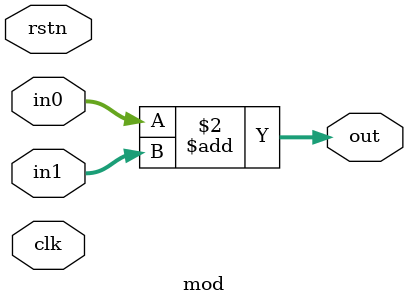
<source format=sv>
module mod #(
    parameter BIT = 8
) (
    input  logic       clk,
    input  logic       rstn,
    input  logic [7:0] in0,
    input  logic [7:0] in1,
    output logic [7:0] out
);
  always_comb out = in0 + in1;
  always_ff @(posedge clk) begin
    a <= b;
  end
endmodule

</source>
